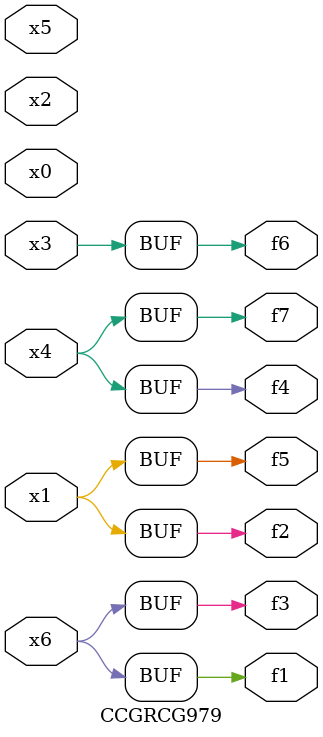
<source format=v>
module CCGRCG979(
	input x0, x1, x2, x3, x4, x5, x6,
	output f1, f2, f3, f4, f5, f6, f7
);
	assign f1 = x6;
	assign f2 = x1;
	assign f3 = x6;
	assign f4 = x4;
	assign f5 = x1;
	assign f6 = x3;
	assign f7 = x4;
endmodule

</source>
